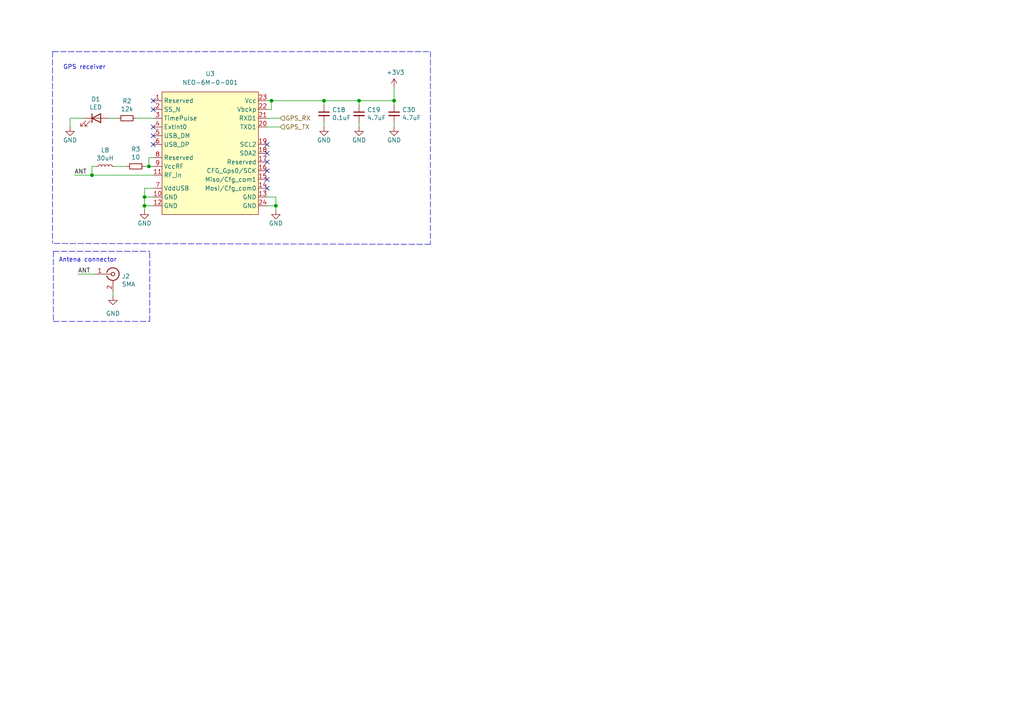
<source format=kicad_sch>
(kicad_sch (version 20211123) (generator eeschema)
  (paper "A4")
  (title_block (title "GPS NEO-6N module") (date "%%date%%") (rev "%%version%%") (company "BASEMENT"))
  (lib_symbols
    (symbol "Connector:Conn_Coaxial" (pin_names (offset 1.016) hide)
      (property "Reference" "J" (at 0.254 3.048 0))
      (property "Value" "Conn_Coaxial" (at 2.921 0 90))
      (symbol "Conn_Coaxial_0_1"
        (arc (start -1.778 -0.508) (mid 0.2311 -1.8066) (end 1.778 0) (stroke (width 0.254)))
        (polyline (pts (xy -2.54 0) (xy -0.508 0)))
        (polyline (pts (xy 0 -2.54) (xy 0 -1.778)))
        (circle (center 0 0) (radius 0.508) (stroke (width 0.2032)))
        (arc (start 1.778 0) (mid 0.2099 1.8101) (end -1.778 0.508) (stroke (width 0.254)))
      )
      (symbol "Conn_Coaxial_1_1"
        (pin passive line (at -5.08 0 0) (length 2.54) (name "In") (number "1"))
        (pin passive line (at 0 -5.08 90) (length 2.54) (name "Ext") (number "2"))
      )
    )
    (symbol "Device:C_Small" (pin_numbers hide) (pin_names (offset 0.254) hide)
      (property "Reference" "C" (at 0.254 1.778 0))
      (property "Value" "C_Small" (at 0.254 -2.032 0))
      (symbol "C_Small_0_1"
        (polyline (pts (xy -1.524 -0.508) (xy 1.524 -0.508)) (stroke (width 0.3302)))
        (polyline (pts (xy -1.524 0.508) (xy 1.524 0.508)) (stroke (width 0.3048)))
      )
      (symbol "C_Small_1_1"
        (pin passive line (at 0 2.54 270) (length 2.032) (name "~") (number "1"))
        (pin passive line (at 0 -2.54 90) (length 2.032) (name "~") (number "2"))
      )
    )
    (symbol "Device:LED" (pin_numbers hide) (pin_names (offset 1.016) hide)
      (property "Reference" "D" (at 0 2.54 0))
      (property "Value" "LED" (at 0 -2.54 0))
      (symbol "LED_0_1"
        (polyline (pts (xy -1.27 -1.27) (xy -1.27 1.27)) (stroke (width 0.254)))
        (polyline (pts (xy -1.27 0) (xy 1.27 0)))
        (polyline (pts (xy 1.27 -1.27) (xy 1.27 1.27) (xy -1.27 0) (xy 1.27 -1.27)) (stroke (width 0.254)))
        (polyline (pts (xy -3.048 -0.762) (xy -4.572 -2.286) (xy -3.81 -2.286) (xy -4.572 -2.286) (xy -4.572 -1.524)))
        (polyline (pts (xy -1.778 -0.762) (xy -3.302 -2.286) (xy -2.54 -2.286) (xy -3.302 -2.286) (xy -3.302 -1.524)))
      )
      (symbol "LED_1_1"
        (pin passive line (at -3.81 0 0) (length 2.54) (name "K") (number "1"))
        (pin passive line (at 3.81 0 180) (length 2.54) (name "A") (number "2"))
      )
    )
    (symbol "Device:L_Small" (pin_numbers hide) (pin_names (offset 0.254) hide)
      (property "Reference" "L" (at 0.762 1.016 0))
      (property "Value" "L_Small" (at 0.762 -1.016 0))
      (symbol "L_Small_0_1"
        (arc (start 0 -2.032) (mid 0.508 -1.524) (end 0 -1.016))
        (arc (start 0 -1.016) (mid 0.508 -0.508) (end 0 0))
        (arc (start 0 0) (mid 0.508 0.508) (end 0 1.016))
        (arc (start 0 1.016) (mid 0.508 1.524) (end 0 2.032))
      )
      (symbol "L_Small_1_1"
        (pin passive line (at 0 2.54 270) (length 0.508) (name "~") (number "1"))
        (pin passive line (at 0 -2.54 90) (length 0.508) (name "~") (number "2"))
      )
    )
    (symbol "Device:R_Small" (pin_numbers hide) (pin_names (offset 0.254) hide)
      (property "Reference" "R" (at 0.762 0.508 0))
      (property "Value" "R_Small" (at 0.762 -1.016 0))
      (symbol "R_Small_0_1"
        (rectangle (start -0.762 1.778) (end 0.762 -1.778) (stroke (width 0.2032)))
      )
      (symbol "R_Small_1_1"
        (pin passive line (at 0 2.54 270) (length 0.762) (name "~") (number "1"))
        (pin passive line (at 0 -2.54 90) (length 0.762) (name "~") (number "2"))
      )
    )
    (symbol "power:+3.3V" (power) (pin_names (offset 0))
      (property "Value" "+3.3V" (at 0 3.556 0))
      (symbol "+3.3V_0_1"
        (polyline (pts (xy -0.762 1.27) (xy 0 2.54)))
        (polyline (pts (xy 0 0) (xy 0 2.54)))
        (polyline (pts (xy 0 2.54) (xy 0.762 1.27)))
      )
      (symbol "+3.3V_1_1"
        (pin power_in line (at 0 0 90) (length 0) hide (name "+3V3") (number "1"))
      )
    )
    (symbol "power:GND" (power) (pin_names (offset 0))
      (property "Value" "GND" (at 0 -3.81 0))
      (symbol "GND_0_1"
        (polyline (pts (xy 0 0) (xy 0 -1.27) (xy 1.27 -1.27) (xy 0 -2.54) (xy -1.27 -1.27) (xy 0 -1.27)))
      )
      (symbol "GND_1_1"
        (pin power_in line (at 0 0 270) (length 0) hide (name "GND") (number "1"))
      )
    )
    (symbol "schematics:NEO-6M-0-001"
      (property "Reference" "U" (at 0 20.32 0))
      (property "Value" "NEO-6M-0-001" (at 0 17.78 0))
      (symbol "NEO-6M-0-001_0_1"
        (rectangle (start -13.97 16.51) (end 13.97 -19.05) (fill (type background)))
      )
      (symbol "NEO-6M-0-001_1_1"
        (pin input line (at -16.51 13.97 0) (length 2.54) (name "Reserved") (number "1"))
        (pin input line (at -16.51 -13.97 0) (length 2.54) (name "GND") (number "10"))
        (pin input line (at -16.51 -7.62 0) (length 2.54) (name "RF_in") (number "11"))
        (pin input line (at -16.51 -16.51 0) (length 2.54) (name "GND") (number "12"))
        (pin input line (at 16.51 -13.97 180) (length 2.54) (name "GND") (number "13"))
        (pin input line (at 16.51 -11.43 180) (length 2.54) (name "Mosi/Cfg_com0") (number "14"))
        (pin input line (at 16.51 -8.89 180) (length 2.54) (name "Miso/Cfg_com1") (number "15"))
        (pin input line (at 16.51 -6.35 180) (length 2.54) (name "CFG_Gps0/SCK") (number "16"))
        (pin input line (at 16.51 -3.81 180) (length 2.54) (name "Reserved") (number "17"))
        (pin input line (at 16.51 -1.27 180) (length 2.54) (name "SDA2") (number "18"))
        (pin input line (at 16.51 1.27 180) (length 2.54) (name "SCL2") (number "19"))
        (pin input line (at -16.51 11.43 0) (length 2.54) (name "SS_N") (number "2"))
        (pin input line (at 16.51 6.35 180) (length 2.54) (name "TXD1") (number "20"))
        (pin input line (at 16.51 8.89 180) (length 2.54) (name "RXD1") (number "21"))
        (pin input line (at 16.51 11.43 180) (length 2.54) (name "Vbckp") (number "22"))
        (pin input line (at 16.51 13.97 180) (length 2.54) (name "Vcc") (number "23"))
        (pin input line (at 16.51 -16.51 180) (length 2.54) (name "GND") (number "24"))
        (pin input line (at -16.51 8.89 0) (length 2.54) (name "TimePulse") (number "3"))
        (pin input line (at -16.51 6.35 0) (length 2.54) (name "ExtInt0") (number "4"))
        (pin input line (at -16.51 3.81 0) (length 2.54) (name "USB_DM") (number "5"))
        (pin input line (at -16.51 1.27 0) (length 2.54) (name "USB_DP") (number "6"))
        (pin input line (at -16.51 -11.43 0) (length 2.54) (name "VddUSB") (number "7"))
        (pin input line (at -16.51 -2.54 0) (length 2.54) (name "Reserved") (number "8"))
        (pin input line (at -16.51 -5.08 0) (length 2.54) (name "VccRF") (number "9"))
      )
    )
  )
  (junction (at 41.91 59.69))
  (junction (at 104.14 29.21))
  (junction (at 78.74 29.21))
  (junction (at 26.67 50.8))
  (junction (at 93.98 29.21))
  (junction (at 43.18 48.26))
  (junction (at 80.01 59.69))
  (junction (at 41.91 57.15))
  (junction (at 114.3 29.21))
  (no_connect (at 44.45 31.75))
  (no_connect (at 44.45 29.21))
  (no_connect (at 77.47 52.07))
  (no_connect (at 44.45 39.37))
  (no_connect (at 77.47 54.61))
  (no_connect (at 77.47 49.53))
  (no_connect (at 44.45 36.83))
  (no_connect (at 77.47 46.99))
  (no_connect (at 44.45 41.91))
  (no_connect (at 77.47 44.45))
  (no_connect (at 77.47 41.91))
  (wire (pts (xy 93.98 29.21) (xy 93.98 30.48)))
  (wire (pts (xy 39.37 34.29) (xy 44.45 34.29)))
  (polyline (pts (xy 15.24 14.986) (xy 15.24 70.612)))
  (wire (pts (xy 20.32 34.29) (xy 20.32 36.83)))
  (wire (pts (xy 36.83 48.26) (xy 33.02 48.26)))
  (wire (pts (xy 77.47 29.21) (xy 78.74 29.21)))
  (wire (pts (xy 104.14 29.21) (xy 114.3 29.21)))
  (wire (pts (xy 80.01 57.15) (xy 80.01 59.69)))
  (wire (pts (xy 77.47 34.29) (xy 81.28 34.29)))
  (wire (pts (xy 21.59 50.8) (xy 26.67 50.8)))
  (wire (pts (xy 31.75 34.29) (xy 34.29 34.29)))
  (wire (pts (xy 114.3 29.21) (xy 114.3 30.48)))
  (wire (pts (xy 77.47 36.83) (xy 81.28 36.83)))
  (wire (pts (xy 77.47 59.69) (xy 80.01 59.69)))
  (wire (pts (xy 78.74 29.21) (xy 78.74 31.75)))
  (wire (pts (xy 43.18 48.26) (xy 44.45 48.26)))
  (wire (pts (xy 32.766 84.582) (xy 32.766 85.852)))
  (polyline (pts (xy 15.494 72.898) (xy 15.494 93.218)))
  (wire (pts (xy 41.91 59.69) (xy 41.91 57.15)))
  (wire (pts (xy 26.67 48.26) (xy 26.67 50.8)))
  (wire (pts (xy 41.91 48.26) (xy 43.18 48.26)))
  (wire (pts (xy 41.91 57.15) (xy 44.45 57.15)))
  (wire (pts (xy 114.3 36.83) (xy 114.3 35.56)))
  (wire (pts (xy 26.67 50.8) (xy 44.45 50.8)))
  (wire (pts (xy 26.67 48.26) (xy 27.94 48.26)))
  (polyline (pts (xy 43.434 93.218) (xy 43.434 72.898)))
  (wire (pts (xy 20.32 34.29) (xy 24.13 34.29)))
  (polyline (pts (xy 124.841 14.986) (xy 124.841 70.866)))
  (wire (pts (xy 78.74 31.75) (xy 77.47 31.75)))
  (polyline (pts (xy 15.494 72.898) (xy 43.434 72.898)))
  (wire (pts (xy 22.606 79.502) (xy 27.686 79.502)))
  (wire (pts (xy 43.18 45.72) (xy 44.45 45.72)))
  (wire (pts (xy 41.91 59.69) (xy 44.45 59.69)))
  (wire (pts (xy 104.14 29.21) (xy 104.14 30.48)))
  (wire (pts (xy 104.14 36.83) (xy 104.14 35.56)))
  (wire (pts (xy 41.91 60.96) (xy 41.91 59.69)))
  (wire (pts (xy 114.3 25.4) (xy 114.3 29.21)))
  (wire (pts (xy 80.01 59.69) (xy 80.01 60.96)))
  (wire (pts (xy 41.91 57.15) (xy 41.91 54.61)))
  (wire (pts (xy 41.91 54.61) (xy 44.45 54.61)))
  (polyline (pts (xy 124.841 70.866) (xy 15.24 70.612)))
  (wire (pts (xy 93.98 29.21) (xy 104.14 29.21)))
  (polyline (pts (xy 15.24 14.986) (xy 124.841 14.986)))
  (polyline (pts (xy 15.494 93.218) (xy 43.434 93.218)))
  (wire (pts (xy 78.74 29.21) (xy 93.98 29.21)))
  (wire (pts (xy 93.98 36.83) (xy 93.98 35.56)))
  (wire (pts (xy 43.18 45.72) (xy 43.18 48.26)))
  (wire (pts (xy 77.47 57.15) (xy 80.01 57.15)))
  (text "GPS receiver\n" (at 18.288 20.32 0) (effects (font (size 1.27 1.27)) (justify left bottom)))
  (text "Antena connector" (at 17.018 76.2 0) (effects (font (size 1.27 1.27)) (justify left bottom)))
  (label "ANT" (at 22.606 79.502 0))
  (label "ANT" (at 21.59 50.8 0))
  (hierarchical_label "GPS_TX" (shape input) (at 81.28 36.83 0))
  (hierarchical_label "GPS_RX" (shape input) (at 81.28 34.29 0))
  (symbol (lib_id "Connector:Conn_Coaxial") (at 32.766 79.502 0) (unit 1)
    (property "Reference" "J2" (at 35.306 80.137 0) (effects (justify left)))
    (property "Value" "SMA" (at 35.306 82.4484 0) (effects (justify left)))
    (property "Footprint" "Connector_Coaxial:SMA_Amphenol_132134-16_Vertical" (effects hide))
    (property "Datasheet" " ~" (effects hide))
  )
  (symbol (lib_id "Device:R_Small") (at 36.83 34.29 270) (unit 1)
    (property "Reference" "R2" (at 36.83 29.3116 90))
    (property "Value" "12k" (at 36.83 31.623 90))
    (property "Footprint" "Resistor_SMD:R_0603_1608Metric_Pad0.98x0.95mm_HandSolder" (effects hide))
  )
  (symbol (lib_id "power:GND") (at 32.766 85.852 0) (unit 1)
    (property "Reference" "#PWR0120" (effects hide))
    (property "Value" "GND" (at 32.766 90.932 0))
  )
  (symbol (lib_id "power:+3.3V") (at 114.3 25.4 0) (unit 1)
    (property "Reference" "#PWR0117" (effects hide))
    (property "Value" "+3.3V" (at 114.681 21.0058 0))
  )
  (symbol (lib_id "Device:LED") (at 27.94 34.29 0) (unit 1)
    (property "Reference" "D1" (at 27.7622 28.7782 0))
    (property "Value" "LED" (at 27.7622 31.0896 0))
    (property "Footprint" "LED_SMD:LED_0805_2012Metric_Pad1.15x1.40mm_HandSolder" (effects hide))
  )
  (symbol (lib_id "power:GND") (at 104.14 36.83 0) (unit 1)
    (property "Reference" "#PWR0118" (effects hide))
    (property "Value" "GND" (at 104.14 40.64 0))
  )
  (symbol (lib_id "power:GND") (at 80.01 60.96 0) (unit 1)
    (property "Reference" "#PWR0122" (effects hide))
    (property "Value" "GND" (at 80.01 64.77 0))
  )
  (symbol (lib_id "schematics:NEO-6M-0-001") (at 60.96 43.18 0) (unit 1)
    (property "Reference" "U3" (at 60.96 21.3868 0))
    (property "Value" "NEO-6M-0-001" (at 60.96 23.9268 0))
    (property "Footprint" "footprints:XCVR_NEO-6M-GPS" (effects hide))
  )
  (symbol (lib_id "Device:C_Small") (at 93.98 33.02 0) (unit 1)
    (property "Reference" "C18" (at 96.3168 31.8516 0) (effects (justify left)))
    (property "Value" "0.1uF" (at 96.3168 34.163 0) (effects (justify left)))
    (property "Footprint" "Capacitor_SMD:C_0603_1608Metric" (effects hide))
  )
  (symbol (lib_id "power:GND") (at 114.3 36.83 0) (unit 1)
    (property "Reference" "#PWR03" (effects hide))
    (property "Value" "GND" (at 114.3 40.64 0))
  )
  (symbol (lib_id "Device:L_Small") (at 30.48 48.26 90) (unit 1)
    (property "Reference" "L8" (at 30.48 43.561 90))
    (property "Value" "30uH" (at 30.48 45.8724 90))
    (property "Footprint" "Capacitor_SMD:C_0805_2012Metric_Pad1.18x1.45mm_HandSolder" (effects hide))
  )
  (symbol (lib_id "Device:C_Small") (at 114.3 33.02 0) (unit 1)
    (property "Reference" "C30" (at 116.6368 31.8516 0) (effects (justify left)))
    (property "Value" "4.7uF" (at 116.6368 34.163 0) (effects (justify left)))
    (property "Footprint" "Capacitor_SMD:C_0603_1608Metric" (effects hide))
  )
  (symbol (lib_id "Device:C_Small") (at 104.14 33.02 0) (unit 1)
    (property "Reference" "C19" (at 106.4768 31.8516 0) (effects (justify left)))
    (property "Value" "4.7uF" (at 106.4768 34.163 0) (effects (justify left)))
    (property "Footprint" "Capacitor_SMD:C_0603_1608Metric" (effects hide))
  )
  (symbol (lib_id "Device:R_Small") (at 39.37 48.26 270) (unit 1)
    (property "Reference" "R3" (at 39.37 43.2816 90))
    (property "Value" "10" (at 39.37 45.593 90))
    (property "Footprint" "Capacitor_SMD:C_0603_1608Metric" (effects hide))
  )
  (symbol (lib_id "power:GND") (at 20.32 36.83 0) (unit 1)
    (property "Reference" "#PWR0119" (effects hide))
    (property "Value" "GND" (at 20.32 40.64 0))
  )
  (symbol (lib_id "power:GND") (at 41.91 60.96 0) (unit 1)
    (property "Reference" "#PWR0121" (effects hide))
    (property "Value" "GND" (at 41.91 64.77 0))
  )
  (symbol (lib_id "power:GND") (at 93.98 36.83 0) (unit 1)
    (property "Reference" "#PWR0116" (effects hide))
    (property "Value" "GND" (at 93.98 40.64 0))
  )
)
</source>
